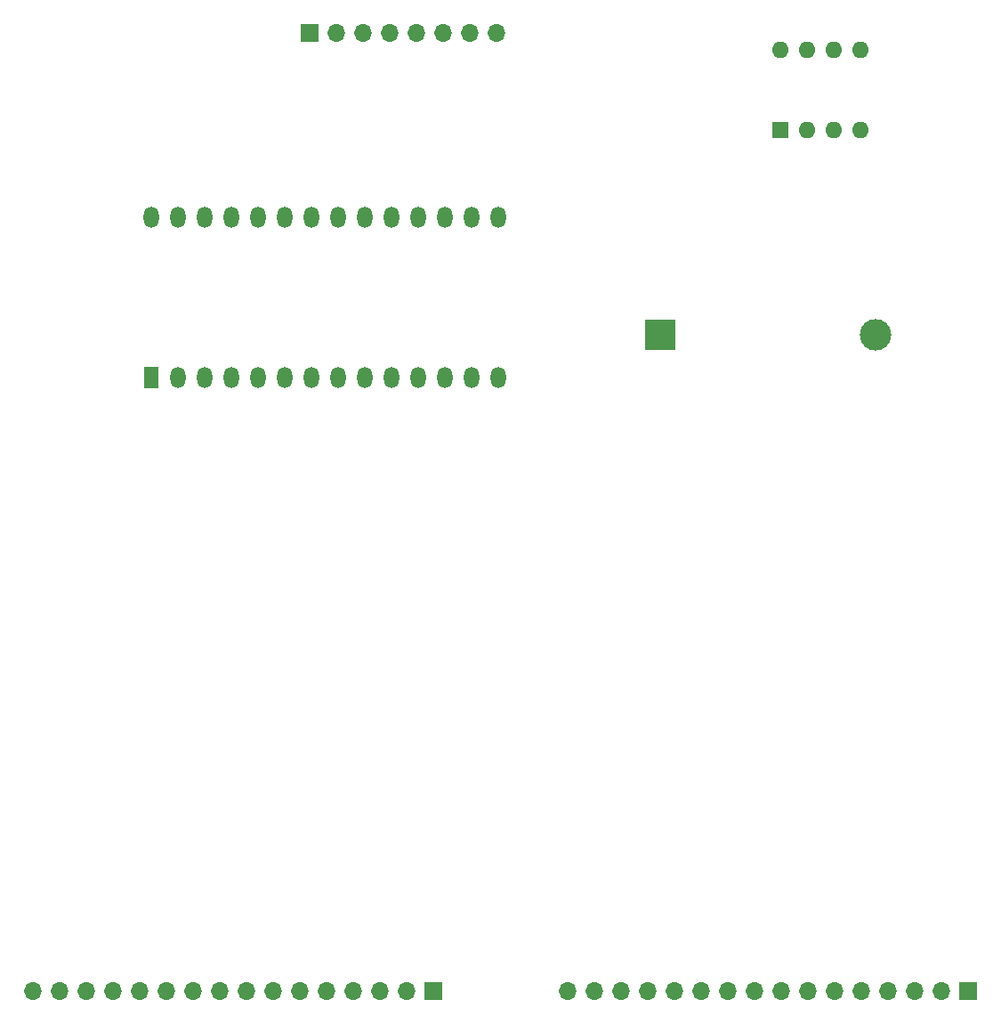
<source format=gbr>
%TF.GenerationSoftware,KiCad,Pcbnew,(6.0.0-0)*%
%TF.CreationDate,2022-02-14T20:56:18-05:00*%
%TF.ProjectId,RAM-MODULE,52414d2d-4d4f-4445-954c-452e6b696361,rev?*%
%TF.SameCoordinates,Original*%
%TF.FileFunction,Soldermask,Bot*%
%TF.FilePolarity,Negative*%
%FSLAX46Y46*%
G04 Gerber Fmt 4.6, Leading zero omitted, Abs format (unit mm)*
G04 Created by KiCad (PCBNEW (6.0.0-0)) date 2022-02-14 20:56:18*
%MOMM*%
%LPD*%
G01*
G04 APERTURE LIST*
%ADD10R,1.440000X2.000000*%
%ADD11O,1.440000X2.000000*%
%ADD12R,1.600000X1.600000*%
%ADD13O,1.600000X1.600000*%
%ADD14R,3.000000X3.000000*%
%ADD15C,3.000000*%
%ADD16R,1.700000X1.700000*%
%ADD17O,1.700000X1.700000*%
G04 APERTURE END LIST*
D10*
%TO.C,U1*%
X90757330Y-78241318D03*
D11*
X93297330Y-78241318D03*
X95837330Y-78241318D03*
X98377330Y-78241318D03*
X100917330Y-78241318D03*
X103457330Y-78241318D03*
X105997330Y-78241318D03*
X108537330Y-78241318D03*
X111077330Y-78241318D03*
X113617330Y-78241318D03*
X116157330Y-78241318D03*
X118697330Y-78241318D03*
X121237330Y-78241318D03*
X123777330Y-78241318D03*
X123777330Y-63001318D03*
X121237330Y-63001318D03*
X118697330Y-63001318D03*
X116157330Y-63001318D03*
X113617330Y-63001318D03*
X111077330Y-63001318D03*
X108537330Y-63001318D03*
X105997330Y-63001318D03*
X103457330Y-63001318D03*
X100917330Y-63001318D03*
X98377330Y-63001318D03*
X95837330Y-63001318D03*
X93297330Y-63001318D03*
X90757330Y-63001318D03*
%TD*%
D12*
%TO.C,U18*%
X150547330Y-54698818D03*
D13*
X153087330Y-54698818D03*
X155627330Y-54698818D03*
X158167330Y-54698818D03*
X158167330Y-47078818D03*
X155627330Y-47078818D03*
X153087330Y-47078818D03*
X150547330Y-47078818D03*
%TD*%
D14*
%TO.C,BT1*%
X139121250Y-74148818D03*
D15*
X159611250Y-74148818D03*
%TD*%
D16*
%TO.C,J3*%
X168437330Y-136498818D03*
D17*
X165897330Y-136498818D03*
X163357330Y-136498818D03*
X160817330Y-136498818D03*
X158277330Y-136498818D03*
X155737330Y-136498818D03*
X153197330Y-136498818D03*
X150657330Y-136498818D03*
X148117330Y-136498818D03*
X145577330Y-136498818D03*
X143037330Y-136498818D03*
X140497330Y-136498818D03*
X137957330Y-136498818D03*
X135417330Y-136498818D03*
X132877330Y-136498818D03*
X130337330Y-136498818D03*
%TD*%
D16*
%TO.C,J2*%
X105827330Y-45448818D03*
D17*
X108367330Y-45448818D03*
X110907330Y-45448818D03*
X113447330Y-45448818D03*
X115987330Y-45448818D03*
X118527330Y-45448818D03*
X121067330Y-45448818D03*
X123607330Y-45448818D03*
%TD*%
D16*
%TO.C,J1*%
X117547330Y-136498818D03*
D17*
X115007330Y-136498818D03*
X112467330Y-136498818D03*
X109927330Y-136498818D03*
X107387330Y-136498818D03*
X104847330Y-136498818D03*
X102307330Y-136498818D03*
X99767330Y-136498818D03*
X97227330Y-136498818D03*
X94687330Y-136498818D03*
X92147330Y-136498818D03*
X89607330Y-136498818D03*
X87067330Y-136498818D03*
X84527330Y-136498818D03*
X81987330Y-136498818D03*
X79447330Y-136498818D03*
%TD*%
M02*

</source>
